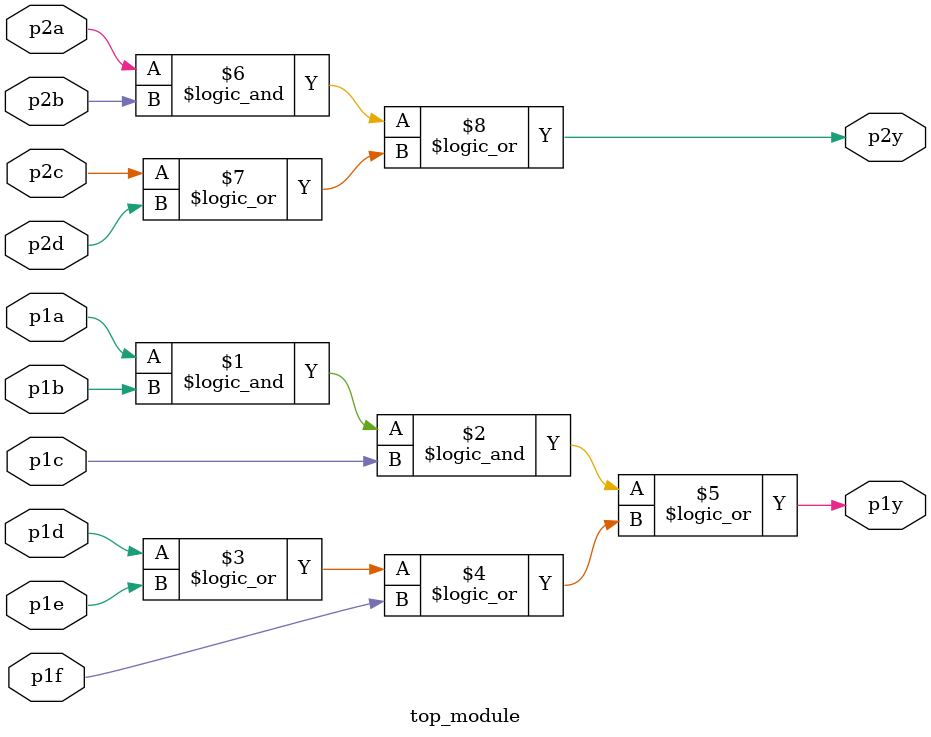
<source format=sv>
module top_module(
	input p1a, 
	input p1b, 
	input p1c, 
	input p1d,
	input p1e,
	input p1f,
	output p1y, 
	input p2a, 
	input p2b, 
	input p2c, 
	input p2d, 
	output p2y
);

//  first output, p1y
assign p1y = (p1a && p1b && p1c) || (p1d || p1e || p1f);

//  second output, p2y
assign p2y = (p2a && p2b) || (p2c || p2d);

endmodule

</source>
